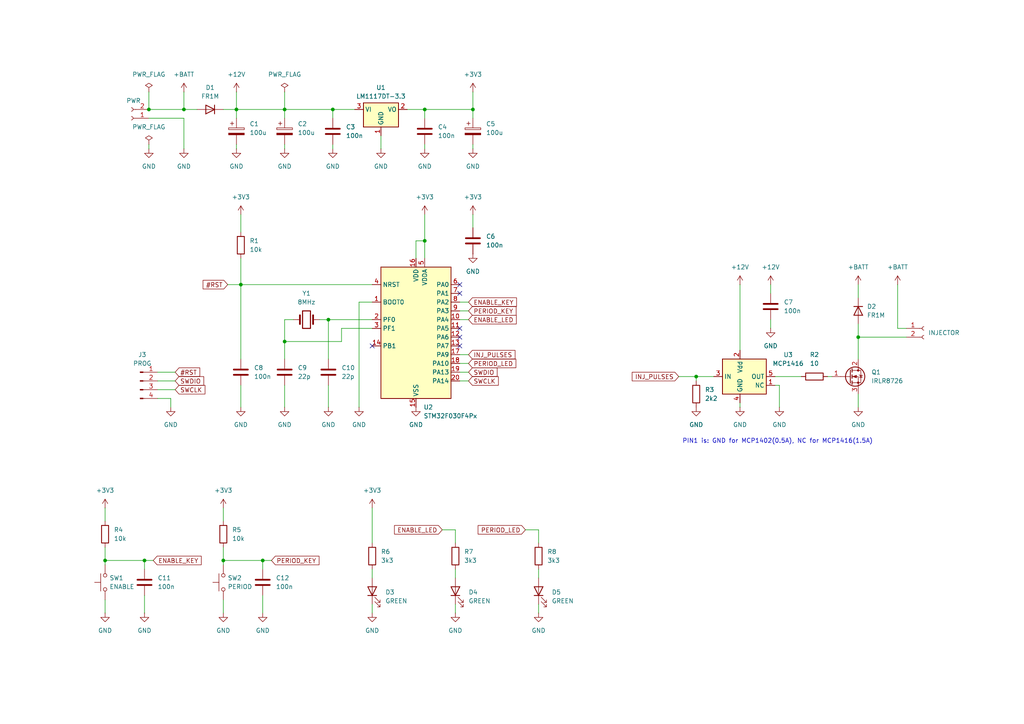
<source format=kicad_sch>
(kicad_sch (version 20231120) (generator "eeschema") (generator_version "8.0")
  (paper "A4")
  (title_block (title "Diesel Injector Tester") (date "2025-08-05") (rev "A") (company "trwgQ26xxx"))
  (lib_symbols
    (symbol "+3V3_1" (power) (pin_numbers hide) (pin_names (offset 0) hide)
      (property "Value" "+3V3" (at 0 3.556 0))
      (symbol "+3V3_1_0_1"
        (polyline (pts (xy -0.762 1.27) (xy 0 2.54)))
        (polyline (pts (xy 0 0) (xy 0 2.54)))
        (polyline (pts (xy 0 2.54) (xy 0.762 1.27)))
      )
      (symbol "+3V3_1_1_1"
        (pin power_in line (at 0 0 90) (length 0) (name "~") (number "1"))
      )
    )
    (symbol "Connector:Conn_01x02_Socket" (pin_names (offset 1.016) hide)
      (property "Reference" "J" (at 0 2.54 0))
      (property "Value" "Conn_01x02_Socket" (at 0 -5.08 0))
      (symbol "Conn_01x02_Socket_1_1"
        (arc (start 0 -2.032) (mid -0.5058 -2.54) (end 0 -3.048) (stroke (width 0.1524)))
        (polyline (pts (xy -1.27 -2.54) (xy -0.508 -2.54)) (stroke (width 0.1524)))
        (polyline (pts (xy -1.27 0) (xy -0.508 0)) (stroke (width 0.1524)))
        (arc (start 0 0.508) (mid -0.5058 0) (end 0 -0.508) (stroke (width 0.1524)))
        (pin passive line (at -5.08 0 0) (length 3.81) (name "Pin_1") (number "1"))
        (pin passive line (at -5.08 -2.54 0) (length 3.81) (name "Pin_2") (number "2"))
      )
    )
    (symbol "Connector:Conn_01x04_Pin" (pin_names (offset 1.016) hide)
      (property "Reference" "J" (at 0 5.08 0))
      (property "Value" "Conn_01x04_Pin" (at 0 -7.62 0))
      (symbol "Conn_01x04_Pin_1_1"
        (polyline (pts (xy 1.27 -5.08) (xy 0.8636 -5.08)) (stroke (width 0.1524)))
        (polyline (pts (xy 1.27 -2.54) (xy 0.8636 -2.54)) (stroke (width 0.1524)))
        (polyline (pts (xy 1.27 0) (xy 0.8636 0)) (stroke (width 0.1524)))
        (polyline (pts (xy 1.27 2.54) (xy 0.8636 2.54)) (stroke (width 0.1524)))
        (rectangle (start 0.8636 -4.953) (end 0 -5.207) (stroke (width 0.1524)) (fill (type outline)))
        (rectangle (start 0.8636 -2.413) (end 0 -2.667) (stroke (width 0.1524)) (fill (type outline)))
        (rectangle (start 0.8636 0.127) (end 0 -0.127) (stroke (width 0.1524)) (fill (type outline)))
        (rectangle (start 0.8636 2.667) (end 0 2.413) (stroke (width 0.1524)) (fill (type outline)))
        (pin passive line (at 5.08 2.54 180) (length 3.81) (name "Pin_1") (number "1"))
        (pin passive line (at 5.08 0 180) (length 3.81) (name "Pin_2") (number "2"))
        (pin passive line (at 5.08 -2.54 180) (length 3.81) (name "Pin_3") (number "3"))
        (pin passive line (at 5.08 -5.08 180) (length 3.81) (name "Pin_4") (number "4"))
      )
    )
    (symbol "Device:C" (pin_numbers hide) (pin_names (offset 0.254))
      (property "Reference" "C" (at 0.635 2.54 0))
      (property "Value" "C" (at 0.635 -2.54 0))
      (symbol "C_0_1"
        (polyline (pts (xy -2.032 -0.762) (xy 2.032 -0.762)) (stroke (width 0.508)))
        (polyline (pts (xy -2.032 0.762) (xy 2.032 0.762)) (stroke (width 0.508)))
      )
      (symbol "C_1_1"
        (pin passive line (at 0 3.81 270) (length 2.794) (name "~") (number "1"))
        (pin passive line (at 0 -3.81 90) (length 2.794) (name "~") (number "2"))
      )
    )
    (symbol "Device:C_Polarized" (pin_numbers hide) (pin_names (offset 0.254))
      (property "Reference" "C" (at 0.635 2.54 0))
      (property "Value" "C_Polarized" (at 0.635 -2.54 0))
      (symbol "C_Polarized_0_1"
        (rectangle (start -2.286 0.508) (end 2.286 1.016))
        (polyline (pts (xy -1.778 2.286) (xy -0.762 2.286)))
        (polyline (pts (xy -1.27 2.794) (xy -1.27 1.778)))
        (rectangle (start 2.286 -0.508) (end -2.286 -1.016) (fill (type outline)))
      )
      (symbol "C_Polarized_1_1"
        (pin passive line (at 0 3.81 270) (length 2.794) (name "~") (number "1"))
        (pin passive line (at 0 -3.81 90) (length 2.794) (name "~") (number "2"))
      )
    )
    (symbol "Device:Crystal" (pin_numbers hide) (pin_names (offset 1.016) hide)
      (property "Reference" "Y" (at 0 3.81 0))
      (property "Value" "Crystal" (at 0 -3.81 0))
      (symbol "Crystal_0_1"
        (rectangle (start -1.143 2.54) (end 1.143 -2.54) (stroke (width 0.3048)))
        (polyline (pts (xy -2.54 0) (xy -1.905 0)))
        (polyline (pts (xy -1.905 -1.27) (xy -1.905 1.27)) (stroke (width 0.508)))
        (polyline (pts (xy 1.905 -1.27) (xy 1.905 1.27)) (stroke (width 0.508)))
        (polyline (pts (xy 2.54 0) (xy 1.905 0)))
      )
      (symbol "Crystal_1_1"
        (pin passive line (at -3.81 0 0) (length 1.27) (name "1") (number "1"))
        (pin passive line (at 3.81 0 180) (length 1.27) (name "2") (number "2"))
      )
    )
    (symbol "Device:LED" (pin_numbers hide) (pin_names (offset 1.016) hide)
      (property "Reference" "D" (at 0 2.54 0))
      (property "Value" "LED" (at 0 -2.54 0))
      (symbol "LED_0_1"
        (polyline (pts (xy -1.27 -1.27) (xy -1.27 1.27)) (stroke (width 0.254)))
        (polyline (pts (xy -1.27 0) (xy 1.27 0)))
        (polyline (pts (xy 1.27 -1.27) (xy 1.27 1.27) (xy -1.27 0) (xy 1.27 -1.27)) (stroke (width 0.254)))
        (polyline (pts (xy -3.048 -0.762) (xy -4.572 -2.286) (xy -3.81 -2.286) (xy -4.572 -2.286) (xy -4.572 -1.524)))
        (polyline (pts (xy -1.778 -0.762) (xy -3.302 -2.286) (xy -2.54 -2.286) (xy -3.302 -2.286) (xy -3.302 -1.524)))
      )
      (symbol "LED_1_1"
        (pin passive line (at -3.81 0 0) (length 2.54) (name "K") (number "1"))
        (pin passive line (at 3.81 0 180) (length 2.54) (name "A") (number "2"))
      )
    )
    (symbol "Device:R" (pin_numbers hide) (pin_names (offset 0))
      (property "Reference" "R" (at 2.032 0 90))
      (property "Value" "R" (at 0 0 90))
      (symbol "R_0_1"
        (rectangle (start -1.016 -2.54) (end 1.016 2.54) (stroke (width 0.254)))
      )
      (symbol "R_1_1"
        (pin passive line (at 0 3.81 270) (length 1.27) (name "~") (number "1"))
        (pin passive line (at 0 -3.81 90) (length 1.27) (name "~") (number "2"))
      )
    )
    (symbol "Diode:MRA4007T3G" (pin_numbers hide) (pin_names hide)
      (property "Reference" "D" (at 0 2.54 0))
      (property "Value" "MRA4007T3G" (at 0 -2.54 0))
      (symbol "MRA4007T3G_0_1"
        (polyline (pts (xy -1.27 1.27) (xy -1.27 -1.27)) (stroke (width 0.254)))
        (polyline (pts (xy 1.27 0) (xy -1.27 0)))
        (polyline (pts (xy 1.27 1.27) (xy 1.27 -1.27) (xy -1.27 0) (xy 1.27 1.27)) (stroke (width 0.254)))
      )
      (symbol "MRA4007T3G_1_1"
        (pin passive line (at -3.81 0 0) (length 2.54) (name "K") (number "1"))
        (pin passive line (at 3.81 0 180) (length 2.54) (name "A") (number "2"))
      )
    )
    (symbol "Driver_FET:MCP1416"
      (property "Reference" "U3" (at 13.97 6.3186 0))
      (property "Value" "MCP1416" (at 13.97 3.7786 0))
      (symbol "MCP1416_0_1"
        (rectangle (start -5.08 5.08) (end 7.62 -5.08) (stroke (width 0.254)) (fill (type background)))
      )
      (symbol "MCP1416_1_1"
        (pin passive line (at 10.16 -2.54 180) (length 2.54) (name "NC") (number "1"))
        (pin power_in line (at 0 7.62 270) (length 2.54) (name "Vdd") (number "2"))
        (pin input line (at -7.62 0 0) (length 2.54) (name "IN") (number "3"))
        (pin power_in line (at 0 -7.62 90) (length 2.54) (name "GND") (number "4"))
        (pin output line (at 10.16 0 180) (length 2.54) (name "OUT") (number "5"))
      )
    )
    (symbol "GND_1" (power) (pin_numbers hide) (pin_names (offset 0) hide)
      (property "Value" "GND" (at 0 -3.81 0))
      (symbol "GND_1_0_1"
        (polyline (pts (xy 0 0) (xy 0 -1.27) (xy 1.27 -1.27) (xy 0 -2.54) (xy -1.27 -1.27) (xy 0 -1.27)))
      )
      (symbol "GND_1_1_1"
        (pin power_in line (at 0 0 270) (length 0) (name "~") (number "1"))
      )
    )
    (symbol "Regulator_Linear:LM1117DT-3.3"
      (property "Reference" "U" (at -3.81 3.175 0))
      (property "Value" "LM1117DT-3.3" (at 0 3.175 0))
      (symbol "LM1117DT-3.3_0_1"
        (rectangle (start -5.08 -5.08) (end 5.08 1.905) (stroke (width 0.254)) (fill (type background)))
      )
      (symbol "LM1117DT-3.3_1_1"
        (pin power_in line (at 0 -7.62 90) (length 2.54) (name "GND") (number "1"))
        (pin power_out line (at 7.62 0 180) (length 2.54) (name "VO") (number "2"))
        (pin power_in line (at -7.62 0 0) (length 2.54) (name "VI") (number "3"))
      )
    )
    (symbol "STM32F030F4Px_1"
      (property "Reference" "U" (at -10.16 21.59 0))
      (property "Value" "STM32F030F4Px" (at 5.08 21.59 0))
      (symbol "STM32F030F4Px_1_0_1"
        (rectangle (start -10.16 -17.78) (end 10.16 20.32) (stroke (width 0.254)) (fill (type background)))
      )
      (symbol "STM32F030F4Px_1_1_1"
        (pin input line (at -12.7 10.16 0) (length 2.54) (name "BOOT0") (number "1"))
        (pin bidirectional line (at 12.7 5.08 180) (length 2.54) (name "PA4") (number "10"))
        (pin bidirectional line (at 12.7 2.54 180) (length 2.54) (name "PA5") (number "11"))
        (pin bidirectional line (at 12.7 0 180) (length 2.54) (name "PA6") (number "12"))
        (pin bidirectional line (at 12.7 -2.54 180) (length 2.54) (name "PA7") (number "13"))
        (pin bidirectional line (at -12.7 -2.54 0) (length 2.54) (name "PB1") (number "14"))
        (pin power_in line (at 0 -20.32 90) (length 2.54) (name "VSS") (number "15"))
        (pin power_in line (at 0 22.86 270) (length 2.54) (name "VDD") (number "16"))
        (pin bidirectional line (at 12.7 -5.08 180) (length 2.54) (name "PA9") (number "17"))
        (pin bidirectional line (at 12.7 -7.62 180) (length 2.54) (name "PA10") (number "18"))
        (pin bidirectional line (at 12.7 -10.16 180) (length 2.54) (name "PA13") (number "19"))
        (pin bidirectional line (at -12.7 5.08 0) (length 2.54) (name "PF0") (number "2"))
        (pin bidirectional line (at 12.7 -12.7 180) (length 2.54) (name "PA14") (number "20"))
        (pin bidirectional line (at -12.7 2.54 0) (length 2.54) (name "PF1") (number "3"))
        (pin input line (at -12.7 15.24 0) (length 2.54) (name "NRST") (number "4"))
        (pin power_in line (at 2.54 22.86 270) (length 2.54) (name "VDDA") (number "5"))
        (pin bidirectional line (at 12.7 15.24 180) (length 2.54) (name "PA0") (number "6"))
        (pin bidirectional line (at 12.7 12.7 180) (length 2.54) (name "PA1") (number "7"))
        (pin bidirectional line (at 12.7 10.16 180) (length 2.54) (name "PA2") (number "8"))
        (pin bidirectional line (at 12.7 7.62 180) (length 2.54) (name "PA3") (number "9"))
      )
    )
    (symbol "Switch:SW_Push" (pin_numbers hide) (pin_names (offset 1.016) hide)
      (property "Reference" "SW" (at 1.27 2.54 0))
      (property "Value" "SW_Push" (at 0 -1.524 0))
      (symbol "SW_Push_0_1"
        (circle (center -2.032 0) (radius 0.508))
        (polyline (pts (xy 0 1.27) (xy 0 3.048)))
        (polyline (pts (xy 2.54 1.27) (xy -2.54 1.27)))
        (circle (center 2.032 0) (radius 0.508))
        (pin passive line (at -5.08 0 0) (length 2.54) (name "1") (number "1"))
        (pin passive line (at 5.08 0 180) (length 2.54) (name "2") (number "2"))
      )
    )
    (symbol "Transistor_FET:IRLZ44N" (pin_names hide)
      (property "Reference" "Q" (at 5.08 1.905 0))
      (property "Value" "IRLZ44N" (at 5.08 0 0))
      (symbol "IRLZ44N_0_1"
        (polyline (pts (xy 0.254 0) (xy -2.54 0)))
        (polyline (pts (xy 0.254 1.905) (xy 0.254 -1.905)) (stroke (width 0.254)))
        (polyline (pts (xy 0.762 -1.27) (xy 0.762 -2.286)) (stroke (width 0.254)))
        (polyline (pts (xy 0.762 0.508) (xy 0.762 -0.508)) (stroke (width 0.254)))
        (polyline (pts (xy 0.762 2.286) (xy 0.762 1.27)) (stroke (width 0.254)))
        (polyline (pts (xy 2.54 2.54) (xy 2.54 1.778)))
        (polyline (pts (xy 2.54 -2.54) (xy 2.54 0) (xy 0.762 0)))
        (polyline (pts (xy 0.762 -1.778) (xy 3.302 -1.778) (xy 3.302 1.778) (xy 0.762 1.778)))
        (polyline (pts (xy 1.016 0) (xy 2.032 0.381) (xy 2.032 -0.381) (xy 1.016 0)) (fill (type outline)))
        (polyline (pts (xy 2.794 0.508) (xy 2.921 0.381) (xy 3.683 0.381) (xy 3.81 0.254)))
        (polyline (pts (xy 3.302 0.381) (xy 2.921 -0.254) (xy 3.683 -0.254) (xy 3.302 0.381)))
        (circle (center 1.651 0) (radius 2.794) (stroke (width 0.254)))
        (circle (center 2.54 -1.778) (radius 0.254) (fill (type outline)))
        (circle (center 2.54 1.778) (radius 0.254) (fill (type outline)))
      )
      (symbol "IRLZ44N_1_1"
        (pin input line (at -5.08 0 0) (length 2.54) (name "G") (number "1"))
        (pin passive line (at 2.54 5.08 270) (length 2.54) (name "D") (number "2"))
        (pin passive line (at 2.54 -5.08 90) (length 2.54) (name "S") (number "3"))
      )
    )
    (symbol "power:+12V" (power) (pin_numbers hide) (pin_names (offset 0) hide)
      (property "Value" "+12V" (at 0 3.556 0))
      (symbol "+12V_0_1"
        (polyline (pts (xy -0.762 1.27) (xy 0 2.54)))
        (polyline (pts (xy 0 0) (xy 0 2.54)))
        (polyline (pts (xy 0 2.54) (xy 0.762 1.27)))
      )
      (symbol "+12V_1_1"
        (pin power_in line (at 0 0 90) (length 0) (name "~") (number "1"))
      )
    )
    (symbol "power:+BATT" (power) (pin_numbers hide) (pin_names (offset 0) hide)
      (property "Value" "+BATT" (at 0 3.556 0))
      (symbol "+BATT_0_1"
        (polyline (pts (xy -0.762 1.27) (xy 0 2.54)))
        (polyline (pts (xy 0 0) (xy 0 2.54)))
        (polyline (pts (xy 0 2.54) (xy 0.762 1.27)))
      )
      (symbol "+BATT_1_1"
        (pin power_in line (at 0 0 90) (length 0) (name "~") (number "1"))
      )
    )
    (symbol "power:PWR_FLAG" (power) (pin_numbers hide) (pin_names (offset 0) hide)
      (property "Value" "PWR_FLAG" (at 0 3.81 0))
      (symbol "PWR_FLAG_0_0"
        (pin power_out line (at 0 0 90) (length 0) (name "~") (number "1"))
      )
      (symbol "PWR_FLAG_0_1"
        (polyline (pts (xy 0 0) (xy 0 1.27) (xy -1.016 1.905) (xy 0 2.54) (xy 1.016 1.905) (xy 0 1.27)))
      )
    )
  )
  (junction (at 201.93 109.22))
  (junction (at 123.19 31.75))
  (junction (at 248.92 97.79))
  (junction (at 137.16 31.75))
  (junction (at 96.52 31.75))
  (junction (at 82.55 31.75))
  (junction (at 30.48 162.56))
  (junction (at 123.19 69.85))
  (junction (at 41.91 162.56))
  (junction (at 76.2 162.56))
  (junction (at 69.85 82.55))
  (junction (at 82.55 99.06))
  (junction (at 64.77 162.56))
  (junction (at 53.34 31.75))
  (junction (at 43.18 31.75))
  (junction (at 68.58 31.75))
  (junction (at 95.25 92.71))
  (no_connect (at 107.95 100.33))
  (no_connect (at 133.35 82.55))
  (no_connect (at 133.35 95.25))
  (no_connect (at 133.35 100.33))
  (no_connect (at 133.35 85.09))
  (no_connect (at 133.35 97.79))
  (wire (pts (xy 95.25 92.71) (xy 95.25 104.14)))
  (wire (pts (xy 30.48 173.99) (xy 30.48 177.8)))
  (wire (pts (xy 41.91 172.72) (xy 41.91 177.8)))
  (wire (pts (xy 260.35 82.55) (xy 260.35 95.25)))
  (wire (pts (xy 41.91 162.56) (xy 44.45 162.56)))
  (wire (pts (xy 43.18 34.29) (xy 53.34 34.29)))
  (wire (pts (xy 110.49 39.37) (xy 110.49 43.18)))
  (wire (pts (xy 53.34 34.29) (xy 53.34 43.18)))
  (wire (pts (xy 133.35 102.87) (xy 135.89 102.87)))
  (wire (pts (xy 156.21 177.8) (xy 156.21 175.26)))
  (wire (pts (xy 82.55 111.76) (xy 82.55 118.11)))
  (wire (pts (xy 224.79 111.76) (xy 226.06 111.76)))
  (wire (pts (xy 82.55 31.75) (xy 82.55 34.29)))
  (wire (pts (xy 137.16 62.23) (xy 137.16 66.04)))
  (wire (pts (xy 43.18 43.18) (xy 43.18 41.91)))
  (wire (pts (xy 196.85 109.22) (xy 201.93 109.22)))
  (wire (pts (xy 76.2 162.56) (xy 78.74 162.56)))
  (wire (pts (xy 53.34 31.75) (xy 57.15 31.75)))
  (wire (pts (xy 68.58 31.75) (xy 68.58 34.29)))
  (wire (pts (xy 104.14 87.63) (xy 107.95 87.63)))
  (wire (pts (xy 128.27 153.67) (xy 132.08 153.67)))
  (wire (pts (xy 64.77 162.56) (xy 76.2 162.56)))
  (wire (pts (xy 82.55 31.75) (xy 96.52 31.75)))
  (wire (pts (xy 123.19 31.75) (xy 123.19 34.29)))
  (wire (pts (xy 69.85 62.23) (xy 69.85 67.31)))
  (wire (pts (xy 68.58 41.91) (xy 68.58 43.18)))
  (wire (pts (xy 201.93 109.22) (xy 201.93 110.49)))
  (wire (pts (xy 45.72 107.95) (xy 50.8 107.95)))
  (wire (pts (xy 82.55 26.67) (xy 82.55 31.75)))
  (wire (pts (xy 66.04 82.55) (xy 69.85 82.55)))
  (wire (pts (xy 30.48 162.56) (xy 41.91 162.56)))
  (wire (pts (xy 224.79 109.22) (xy 232.41 109.22)))
  (wire (pts (xy 104.14 118.11) (xy 104.14 87.63)))
  (wire (pts (xy 260.35 95.25) (xy 262.89 95.25)))
  (wire (pts (xy 214.63 118.11) (xy 214.63 116.84)))
  (wire (pts (xy 137.16 26.67) (xy 137.16 31.75)))
  (wire (pts (xy 45.72 113.03) (xy 50.8 113.03)))
  (wire (pts (xy 99.06 99.06) (xy 82.55 99.06)))
  (wire (pts (xy 152.4 153.67) (xy 156.21 153.67)))
  (wire (pts (xy 45.72 115.57) (xy 49.53 115.57)))
  (wire (pts (xy 82.55 99.06) (xy 82.55 92.71)))
  (wire (pts (xy 240.03 109.22) (xy 241.3 109.22)))
  (wire (pts (xy 156.21 165.1) (xy 156.21 167.64)))
  (wire (pts (xy 53.34 26.67) (xy 53.34 31.75)))
  (wire (pts (xy 69.85 118.11) (xy 69.85 111.76)))
  (wire (pts (xy 133.35 107.95) (xy 135.89 107.95)))
  (wire (pts (xy 64.77 173.99) (xy 64.77 177.8)))
  (wire (pts (xy 43.18 31.75) (xy 53.34 31.75)))
  (wire (pts (xy 123.19 69.85) (xy 123.19 74.93)))
  (wire (pts (xy 137.16 41.91) (xy 137.16 43.18)))
  (wire (pts (xy 99.06 95.25) (xy 99.06 99.06)))
  (wire (pts (xy 30.48 147.32) (xy 30.48 151.13)))
  (wire (pts (xy 49.53 115.57) (xy 49.53 118.11)))
  (wire (pts (xy 64.77 31.75) (xy 68.58 31.75)))
  (wire (pts (xy 133.35 92.71) (xy 135.89 92.71)))
  (wire (pts (xy 132.08 153.67) (xy 132.08 157.48)))
  (wire (pts (xy 248.92 97.79) (xy 262.89 97.79)))
  (wire (pts (xy 248.92 97.79) (xy 248.92 104.14)))
  (wire (pts (xy 137.16 31.75) (xy 123.19 31.75)))
  (wire (pts (xy 69.85 82.55) (xy 69.85 74.93)))
  (wire (pts (xy 123.19 41.91) (xy 123.19 43.18)))
  (wire (pts (xy 95.25 92.71) (xy 107.95 92.71)))
  (wire (pts (xy 132.08 165.1) (xy 132.08 167.64)))
  (wire (pts (xy 30.48 158.75) (xy 30.48 162.56)))
  (wire (pts (xy 64.77 147.32) (xy 64.77 151.13)))
  (wire (pts (xy 82.55 99.06) (xy 82.55 104.14)))
  (wire (pts (xy 132.08 177.8) (xy 132.08 175.26)))
  (wire (pts (xy 45.72 110.49) (xy 50.8 110.49)))
  (wire (pts (xy 69.85 82.55) (xy 69.85 104.14)))
  (wire (pts (xy 82.55 41.91) (xy 82.55 43.18)))
  (wire (pts (xy 107.95 95.25) (xy 99.06 95.25)))
  (wire (pts (xy 41.91 162.56) (xy 41.91 165.1)))
  (wire (pts (xy 64.77 158.75) (xy 64.77 162.56)))
  (wire (pts (xy 107.95 165.1) (xy 107.95 167.64)))
  (wire (pts (xy 248.92 93.98) (xy 248.92 97.79)))
  (wire (pts (xy 107.95 177.8) (xy 107.95 175.26)))
  (wire (pts (xy 118.11 31.75) (xy 123.19 31.75)))
  (wire (pts (xy 107.95 82.55) (xy 69.85 82.55)))
  (wire (pts (xy 68.58 26.67) (xy 68.58 31.75)))
  (wire (pts (xy 133.35 87.63) (xy 135.89 87.63)))
  (wire (pts (xy 133.35 90.17) (xy 135.89 90.17)))
  (wire (pts (xy 92.71 92.71) (xy 95.25 92.71)))
  (wire (pts (xy 120.65 69.85) (xy 123.19 69.85)))
  (wire (pts (xy 76.2 172.72) (xy 76.2 177.8)))
  (wire (pts (xy 76.2 162.56) (xy 76.2 165.1)))
  (wire (pts (xy 107.95 147.32) (xy 107.95 157.48)))
  (wire (pts (xy 96.52 41.91) (xy 96.52 43.18)))
  (wire (pts (xy 96.52 31.75) (xy 102.87 31.75)))
  (wire (pts (xy 137.16 34.29) (xy 137.16 31.75)))
  (wire (pts (xy 120.65 69.85) (xy 120.65 74.93)))
  (wire (pts (xy 43.18 26.67) (xy 43.18 31.75)))
  (wire (pts (xy 156.21 153.67) (xy 156.21 157.48)))
  (wire (pts (xy 248.92 118.11) (xy 248.92 114.3)))
  (wire (pts (xy 226.06 111.76) (xy 226.06 118.11)))
  (wire (pts (xy 123.19 62.23) (xy 123.19 69.85)))
  (wire (pts (xy 223.52 82.55) (xy 223.52 85.09)))
  (wire (pts (xy 207.01 109.22) (xy 201.93 109.22)))
  (wire (pts (xy 30.48 162.56) (xy 30.48 163.83)))
  (wire (pts (xy 68.58 31.75) (xy 82.55 31.75)))
  (wire (pts (xy 223.52 92.71) (xy 223.52 95.25)))
  (wire (pts (xy 96.52 31.75) (xy 96.52 34.29)))
  (wire (pts (xy 82.55 92.71) (xy 85.09 92.71)))
  (wire (pts (xy 214.63 82.55) (xy 214.63 101.6)))
  (wire (pts (xy 133.35 105.41) (xy 135.89 105.41)))
  (wire (pts (xy 248.92 82.55) (xy 248.92 86.36)))
  (wire (pts (xy 95.25 111.76) (xy 95.25 118.11)))
  (wire (pts (xy 133.35 110.49) (xy 135.89 110.49)))
  (wire (pts (xy 64.77 162.56) (xy 64.77 163.83)))
  (text "PIN1 is: GND for MCP1402(0.5A), NC for MCP1416(1.5A)" (at 225.552 128.016 0) (effects (font (size 1.27 1.27))))
  (global_label "SWDIO" (shape input) (at 50.8 110.49 0) (property "Intersheetrefs" "${INTERSHEET_REFS}" (effects (hide yes))))
  (global_label "SWDIO" (shape input) (at 135.89 107.95 0) (property "Intersheetrefs" "${INTERSHEET_REFS}" (effects (hide yes))))
  (global_label "#RST" (shape input) (at 50.8 107.95 0) (property "Intersheetrefs" "${INTERSHEET_REFS}" (effects (hide yes))))
  (global_label "PERIOD_LED" (shape input) (at 152.4 153.67 180) (property "Intersheetrefs" "${INTERSHEET_REFS}" (effects (hide yes))))
  (global_label "PERIOD_KEY" (shape input) (at 135.89 90.17 0) (property "Intersheetrefs" "${INTERSHEET_REFS}" (effects (hide yes))))
  (global_label "ENABLE_KEY" (shape input) (at 135.89 87.63 0) (property "Intersheetrefs" "${INTERSHEET_REFS}" (effects (hide yes))))
  (global_label "ENABLE_LED" (shape input) (at 135.89 92.71 0) (property "Intersheetrefs" "${INTERSHEET_REFS}" (effects (hide yes))))
  (global_label "ENABLE_LED" (shape input) (at 128.27 153.67 180) (property "Intersheetrefs" "${INTERSHEET_REFS}" (effects (hide yes))))
  (global_label "ENABLE_KEY" (shape input) (at 44.45 162.56 0) (property "Intersheetrefs" "${INTERSHEET_REFS}" (effects (hide yes))))
  (global_label "PERIOD_LED" (shape input) (at 135.89 105.41 0) (property "Intersheetrefs" "${INTERSHEET_REFS}" (effects (hide yes))))
  (global_label "#RST" (shape input) (at 66.04 82.55 180) (property "Intersheetrefs" "${INTERSHEET_REFS}" (effects (hide yes))))
  (global_label "SWCLK" (shape input) (at 135.89 110.49 0) (property "Intersheetrefs" "${INTERSHEET_REFS}" (effects (hide yes))))
  (global_label "PERIOD_KEY" (shape input) (at 78.74 162.56 0) (property "Intersheetrefs" "${INTERSHEET_REFS}" (effects (hide yes))))
  (global_label "SWCLK" (shape input) (at 50.8 113.03 0) (property "Intersheetrefs" "${INTERSHEET_REFS}" (effects (hide yes))))
  (global_label "INJ_PULSES" (shape input) (at 135.89 102.87 0) (property "Intersheetrefs" "${INTERSHEET_REFS}" (effects (hide yes))))
  (global_label "INJ_PULSES" (shape input) (at 196.85 109.22 180) (property "Intersheetrefs" "${INTERSHEET_REFS}" (effects (hide yes))))
  (symbol (lib_name "GND_1") (lib_id "power:GND") (at 43.18 43.18 0) (unit 1)
    (property "Reference" "#PWR4" (effects (hide yes)))
    (property "Value" "GND" (at 43.18 48.26 0))
    (property "Description" "Power symbol creates a global label with name \"GND\" , ground" (effects (hide yes)))
  )
  (symbol (lib_name "+3V3_1") (lib_id "power:+3V3") (at 30.48 147.32 0) (unit 1)
    (property "Reference" "#PWR30" (effects (hide yes)))
    (property "Value" "+3V3" (at 30.48 142.24 0))
    (property "Description" "Power symbol creates a global label with name \"+3V3\"" (effects (hide yes)))
  )
  (symbol (lib_name "+3V3_1") (lib_id "power:+3V3") (at 64.77 147.32 0) (unit 1)
    (property "Reference" "#PWR31" (effects (hide yes)))
    (property "Value" "+3V3" (at 64.77 142.24 0))
    (property "Description" "Power symbol creates a global label with name \"+3V3\"" (effects (hide yes)))
  )
  (symbol (lib_id "Diode:MRA4007T3G") (at 60.96 31.75 180) (unit 1)
    (property "Reference" "D1" (at 60.96 25.4 0))
    (property "Value" "FR1M" (at 60.96 27.94 0))
    (property "Footprint" "Diode_SMD:D_SMA" (effects (hide yes)))
    (property "Datasheet" "http://www.onsemi.com/pub_link/Collateral/MRA4003T3-D.PDF" (effects (hide yes)))
    (property "Sim.Device" "D" (effects (hide yes)))
    (property "Sim.Pins" "1=K 2=A" (effects (hide yes)))
  )
  (symbol (lib_name "GND_1") (lib_id "power:GND") (at 76.2 177.8 0) (unit 1)
    (property "Reference" "#PWR36" (effects (hide yes)))
    (property "Value" "GND" (at 76.2 182.88 0))
    (property "Description" "Power symbol creates a global label with name \"GND\" , ground" (effects (hide yes)))
  )
  (symbol (lib_id "power:PWR_FLAG") (at 43.18 26.67 0) (unit 1)
    (property "Reference" "#FLG1" (effects (hide yes)))
    (property "Value" "PWR_FLAG" (at 43.18 21.59 0))
    (property "Description" "Special symbol for telling ERC where power comes from" (effects (hide yes)))
  )
  (symbol (lib_id "Device:R") (at 132.08 161.29 0) (unit 1)
    (property "Reference" "R7" (at 134.62 160.0199 0) (effects (justify left)))
    (property "Value" "3k3" (at 134.62 162.5599 0) (effects (justify left)))
    (property "Footprint" "Resistor_SMD:R_1206_3216Metric_Pad1.30x1.75mm_HandSolder" (effects (hide yes)))
  )
  (symbol (lib_name "GND_1") (lib_id "power:GND") (at 156.21 177.8 0) (unit 1)
    (property "Reference" "#PWR39" (effects (hide yes)))
    (property "Value" "GND" (at 156.21 182.88 0))
    (property "Description" "Power symbol creates a global label with name \"GND\" , ground" (effects (hide yes)))
  )
  (symbol (lib_name "GND_1") (lib_id "power:GND") (at 137.16 43.18 0) (unit 1)
    (property "Reference" "#PWR11" (effects (hide yes)))
    (property "Value" "GND" (at 137.16 48.26 0))
    (property "Description" "Power symbol creates a global label with name \"GND\" , ground" (effects (hide yes)))
  )
  (symbol (lib_id "Device:C") (at 41.91 168.91 0) (unit 1)
    (property "Reference" "C11" (at 45.72 167.64 0) (effects (justify left)))
    (property "Value" "100n" (at 45.72 170.18 0) (effects (justify left)))
    (property "Footprint" "Capacitor_SMD:C_1206_3216Metric_Pad1.33x1.80mm_HandSolder" (effects (hide yes)))
  )
  (symbol (lib_id "Device:R") (at 201.93 114.3 0) (unit 1)
    (property "Reference" "R3" (at 204.47 113.0299 0) (effects (justify left)))
    (property "Value" "2k2" (at 204.47 115.5699 0) (effects (justify left)))
    (property "Footprint" "Resistor_SMD:R_1206_3216Metric_Pad1.30x1.75mm_HandSolder" (effects (hide yes)))
  )
  (symbol (lib_id "Device:C") (at 69.85 107.95 0) (unit 1)
    (property "Reference" "C8" (at 73.66 106.68 0) (effects (justify left)))
    (property "Value" "100n" (at 73.66 109.22 0) (effects (justify left)))
    (property "Footprint" "Capacitor_SMD:C_1206_3216Metric_Pad1.33x1.80mm_HandSolder" (effects (hide yes)))
  )
  (symbol (lib_id "Switch:SW_Push") (at 64.77 168.91 90) (unit 1)
    (property "Reference" "SW2" (at 66.04 167.6399 90) (effects (justify right)))
    (property "Value" "PERIOD" (at 66.04 170.1799 90) (effects (justify right)))
    (property "Footprint" "Button_Switch_SMD:SW_SPST_PTS645" (effects (hide yes)))
  )
  (symbol (lib_name "GND_1") (lib_id "power:GND") (at 110.49 43.18 0) (unit 1)
    (property "Reference" "#PWR9" (effects (hide yes)))
    (property "Value" "GND" (at 110.49 48.26 0))
    (property "Description" "Power symbol creates a global label with name \"GND\" , ground" (effects (hide yes)))
  )
  (symbol (lib_id "Device:LED") (at 156.21 171.45 90) (unit 1)
    (property "Reference" "D5" (at 160.02 171.7674 90) (effects (justify right)))
    (property "Value" "GREEN" (at 160.02 174.3074 90) (effects (justify right)))
    (property "Footprint" "LED_SMD:LED_1206_3216Metric_Pad1.42x1.75mm_HandSolder" (effects (hide yes)))
    (property "Description" "Light emitting diode" (effects (hide yes)))
  )
  (symbol (lib_id "Device:R") (at 30.48 154.94 0) (unit 1)
    (property "Reference" "R4" (at 33.02 153.67 0) (effects (justify left)))
    (property "Value" "10k" (at 33.02 156.21 0) (effects (justify left)))
    (property "Footprint" "Resistor_SMD:R_1206_3216Metric_Pad1.30x1.75mm_HandSolder" (effects (hide yes)))
  )
  (symbol (lib_name "GND_1") (lib_id "power:GND") (at 137.16 73.66 0) (unit 1)
    (property "Reference" "#PWR15" (effects (hide yes)))
    (property "Value" "GND" (at 137.16 78.74 0))
    (property "Description" "Power symbol creates a global label with name \"GND\" , ground" (effects (hide yes)))
  )
  (symbol (lib_id "Device:R") (at 64.77 154.94 0) (unit 1)
    (property "Reference" "R5" (at 67.31 153.67 0) (effects (justify left)))
    (property "Value" "10k" (at 67.31 156.21 0) (effects (justify left)))
    (property "Footprint" "Resistor_SMD:R_1206_3216Metric_Pad1.30x1.75mm_HandSolder" (effects (hide yes)))
  )
  (symbol (lib_name "GND_1") (lib_id "power:GND") (at 104.14 118.11 0) (unit 1)
    (property "Reference" "#PWR25" (effects (hide yes)))
    (property "Value" "GND" (at 104.14 123.19 0))
    (property "Description" "Power symbol creates a global label with name \"GND\" , ground" (effects (hide yes)))
  )
  (symbol (lib_name "+3V3_1") (lib_id "power:+3V3") (at 123.19 62.23 0) (unit 1)
    (property "Reference" "#PWR13" (effects (hide yes)))
    (property "Value" "+3V3" (at 123.19 57.15 0))
    (property "Description" "Power symbol creates a global label with name \"+3V3\"" (effects (hide yes)))
  )
  (symbol (lib_id "Device:C") (at 76.2 168.91 0) (unit 1)
    (property "Reference" "C12" (at 80.01 167.64 0) (effects (justify left)))
    (property "Value" "100n" (at 80.01 170.18 0) (effects (justify left)))
    (property "Footprint" "Capacitor_SMD:C_1206_3216Metric_Pad1.33x1.80mm_HandSolder" (effects (hide yes)))
  )
  (symbol (lib_id "Device:R") (at 236.22 109.22 90) (unit 1)
    (property "Reference" "R2" (at 236.22 102.87 90))
    (property "Value" "10" (at 236.22 105.41 90))
    (property "Footprint" "Resistor_SMD:R_1206_3216Metric_Pad1.30x1.75mm_HandSolder" (effects (hide yes)))
  )
  (symbol (lib_name "GND_1") (lib_id "power:GND") (at 30.48 177.8 0) (unit 1)
    (property "Reference" "#PWR33" (effects (hide yes)))
    (property "Value" "GND" (at 30.48 182.88 0))
    (property "Description" "Power symbol creates a global label with name \"GND\" , ground" (effects (hide yes)))
  )
  (symbol (lib_id "Device:LED") (at 132.08 171.45 90) (unit 1)
    (property "Reference" "D4" (at 135.89 171.7674 90) (effects (justify right)))
    (property "Value" "GREEN" (at 135.89 174.3074 90) (effects (justify right)))
    (property "Footprint" "LED_SMD:LED_1206_3216Metric_Pad1.42x1.75mm_HandSolder" (effects (hide yes)))
    (property "Description" "Light emitting diode" (effects (hide yes)))
  )
  (symbol (lib_name "GND_1") (lib_id "power:GND") (at 41.91 177.8 0) (unit 1)
    (property "Reference" "#PWR34" (effects (hide yes)))
    (property "Value" "GND" (at 41.91 182.88 0))
    (property "Description" "Power symbol creates a global label with name \"GND\" , ground" (effects (hide yes)))
  )
  (symbol (lib_id "Device:R") (at 107.95 161.29 0) (unit 1)
    (property "Reference" "R6" (at 110.49 160.0199 0) (effects (justify left)))
    (property "Value" "3k3" (at 110.49 162.5599 0) (effects (justify left)))
    (property "Footprint" "Resistor_SMD:R_1206_3216Metric_Pad1.30x1.75mm_HandSolder" (effects (hide yes)))
  )
  (symbol (lib_name "GND_1") (lib_id "power:GND") (at 226.06 118.11 0) (unit 1)
    (property "Reference" "#PWR40" (effects (hide yes)))
    (property "Value" "GND" (at 226.06 123.19 0))
    (property "Description" "Power symbol creates a global label with name \"GND\" , ground" (effects (hide yes)))
  )
  (symbol (lib_name "GND_1") (lib_id "power:GND") (at 49.53 118.11 0) (unit 1)
    (property "Reference" "#PWR21" (effects (hide yes)))
    (property "Value" "GND" (at 49.53 123.19 0))
    (property "Description" "Power symbol creates a global label with name \"GND\" , ground" (effects (hide yes)))
  )
  (symbol (lib_id "Device:LED") (at 107.95 171.45 90) (unit 1)
    (property "Reference" "D3" (at 111.76 171.7674 90) (effects (justify right)))
    (property "Value" "GREEN" (at 111.76 174.3074 90) (effects (justify right)))
    (property "Footprint" "LED_SMD:LED_1206_3216Metric_Pad1.42x1.75mm_HandSolder" (effects (hide yes)))
    (property "Description" "Light emitting diode" (effects (hide yes)))
  )
  (symbol (lib_name "GND_1") (lib_id "power:GND") (at 82.55 118.11 0) (unit 1)
    (property "Reference" "#PWR23" (effects (hide yes)))
    (property "Value" "GND" (at 82.55 123.19 0))
    (property "Description" "Power symbol creates a global label with name \"GND\" , ground" (effects (hide yes)))
  )
  (symbol (lib_id "Device:C_Polarized") (at 82.55 38.1 0) (unit 1)
    (property "Reference" "C2" (at 86.36 35.941 0) (effects (justify left)))
    (property "Value" "100u" (at 86.36 38.481 0) (effects (justify left)))
    (property "Footprint" "Capacitor_SMD:CP_Elec_8x6.5" (effects (hide yes)))
  )
  (symbol (lib_name "GND_1") (lib_id "power:GND") (at 53.34 43.18 0) (unit 1)
    (property "Reference" "#PWR5" (effects (hide yes)))
    (property "Value" "GND" (at 53.34 48.26 0))
    (property "Description" "Power symbol creates a global label with name \"GND\" , ground" (effects (hide yes)))
  )
  (symbol (lib_id "power:+12V") (at 68.58 26.67 0) (unit 1)
    (property "Reference" "#PWR2" (effects (hide yes)))
    (property "Value" "+12V" (at 68.58 21.59 0))
    (property "Description" "Power symbol creates a global label with name \"+12V\"" (effects (hide yes)))
  )
  (symbol (lib_id "power:+BATT") (at 260.35 82.55 0) (unit 1)
    (property "Reference" "#PWR19" (effects (hide yes)))
    (property "Value" "+BATT" (at 260.35 77.47 0))
    (property "Description" "Power symbol creates a global label with name \"+BATT\"" (effects (hide yes)))
  )
  (symbol (lib_id "Connector:Conn_01x02_Socket") (at 267.97 95.25 0) (unit 1)
    (property "Reference" "J2" (effects (hide yes)))
    (property "Value" "INJECTOR" (at 269.24 96.5199 0) (effects (justify left)))
    (property "Footprint" "TerminalBlock:TerminalBlock_bornier-2_P5.08mm" (effects (hide yes)))
  )
  (symbol (lib_name "GND_1") (lib_id "power:GND") (at 248.92 118.11 0) (unit 1)
    (property "Reference" "#PWR29" (effects (hide yes)))
    (property "Value" "GND" (at 248.92 123.19 0))
    (property "Description" "Power symbol creates a global label with name \"GND\" , ground" (effects (hide yes)))
  )
  (symbol (lib_id "Device:C") (at 96.52 38.1 0) (unit 1)
    (property "Reference" "C3" (at 100.33 36.83 0) (effects (justify left)))
    (property "Value" "100n" (at 100.33 39.37 0) (effects (justify left)))
    (property "Footprint" "Capacitor_SMD:C_1206_3216Metric_Pad1.33x1.80mm_HandSolder" (effects (hide yes)))
  )
  (symbol (lib_name "GND_1") (lib_id "power:GND") (at 64.77 177.8 0) (unit 1)
    (property "Reference" "#PWR35" (effects (hide yes)))
    (property "Value" "GND" (at 64.77 182.88 0))
    (property "Description" "Power symbol creates a global label with name \"GND\" , ground" (effects (hide yes)))
  )
  (symbol (lib_name "GND_1") (lib_id "power:GND") (at 132.08 177.8 0) (unit 1)
    (property "Reference" "#PWR38" (effects (hide yes)))
    (property "Value" "GND" (at 132.08 182.88 0))
    (property "Description" "Power symbol creates a global label with name \"GND\" , ground" (effects (hide yes)))
  )
  (symbol (lib_name "GND_1") (lib_id "power:GND") (at 96.52 43.18 0) (unit 1)
    (property "Reference" "#PWR8" (effects (hide yes)))
    (property "Value" "GND" (at 96.52 48.26 0))
    (property "Description" "Power symbol creates a global label with name \"GND\" , ground" (effects (hide yes)))
  )
  (symbol (lib_id "Device:C_Polarized") (at 68.58 38.1 0) (unit 1)
    (property "Reference" "C1" (at 72.39 35.941 0) (effects (justify left)))
    (property "Value" "100u" (at 72.39 38.481 0) (effects (justify left)))
    (property "Footprint" "Capacitor_SMD:CP_Elec_8x6.5" (effects (hide yes)))
  )
  (symbol (lib_id "power:+12V") (at 223.52 82.55 0) (unit 1)
    (property "Reference" "#PWR17" (effects (hide yes)))
    (property "Value" "+12V" (at 223.52 77.47 0))
    (property "Description" "Power symbol creates a global label with name \"+12V\"" (effects (hide yes)))
  )
  (symbol (lib_id "Transistor_FET:IRLZ44N") (at 246.38 109.22 0) (unit 1)
    (property "Reference" "Q1" (at 252.73 107.9499 0) (effects (justify left)))
    (property "Value" "IRLR8726" (at 252.73 110.4899 0) (effects (justify left)))
    (property "Footprint" "Package_TO_SOT_SMD:TO-252-3_TabPin2" (effects (hide yes)))
    (property "Datasheet" "http://www.irf.com/product-info/datasheets/data/irlz44n.pdf" (effects (hide yes)))
    (property "Description" "47A Id, 55V Vds, 22mOhm Rds Single N-Channel HEXFET Power MOSFET, TO-220AB" (effects (hide yes)))
  )
  (symbol (lib_id "power:+BATT") (at 248.92 82.55 0) (unit 1)
    (property "Reference" "#PWR18" (effects (hide yes)))
    (property "Value" "+BATT" (at 248.92 77.47 0))
    (property "Description" "Power symbol creates a global label with name \"+BATT\"" (effects (hide yes)))
  )
  (symbol (lib_name "+3V3_1") (lib_id "power:+3V3") (at 107.95 147.32 0) (unit 1)
    (property "Reference" "#PWR32" (effects (hide yes)))
    (property "Value" "+3V3" (at 107.95 142.24 0))
    (property "Description" "Power symbol creates a global label with name \"+3V3\"" (effects (hide yes)))
  )
  (symbol (lib_id "power:PWR_FLAG") (at 43.18 41.91 0) (unit 1)
    (property "Reference" "#FLG3" (effects (hide yes)))
    (property "Value" "PWR_FLAG" (at 43.18 36.83 0))
    (property "Description" "Special symbol for telling ERC where power comes from" (effects (hide yes)))
  )
  (symbol (lib_id "Device:C") (at 223.52 88.9 0) (unit 1)
    (property "Reference" "C7" (at 227.33 87.63 0) (effects (justify left)))
    (property "Value" "100n" (at 227.33 90.17 0) (effects (justify left)))
    (property "Footprint" "Capacitor_SMD:C_1206_3216Metric_Pad1.33x1.80mm_HandSolder" (effects (hide yes)))
  )
  (symbol (lib_id "Switch:SW_Push") (at 30.48 168.91 90) (unit 1)
    (property "Reference" "SW1" (at 31.75 167.6399 90) (effects (justify right)))
    (property "Value" "ENABLE" (at 31.75 170.1799 90) (effects (justify right)))
    (property "Footprint" "Button_Switch_SMD:SW_SPST_PTS645" (effects (hide yes)))
  )
  (symbol (lib_name "GND_1") (lib_id "power:GND") (at 223.52 95.25 0) (unit 1)
    (property "Reference" "#PWR20" (effects (hide yes)))
    (property "Value" "GND" (at 223.52 100.33 0))
    (property "Description" "Power symbol creates a global label with name \"GND\" , ground" (effects (hide yes)))
  )
  (symbol (lib_id "power:+12V") (at 214.63 82.55 0) (unit 1)
    (property "Reference" "#PWR16" (effects (hide yes)))
    (property "Value" "+12V" (at 214.63 77.47 0))
    (property "Description" "Power symbol creates a global label with name \"+12V\"" (effects (hide yes)))
  )
  (symbol (lib_name "GND_1") (lib_id "power:GND") (at 82.55 43.18 0) (unit 1)
    (property "Reference" "#PWR7" (effects (hide yes)))
    (property "Value" "GND" (at 82.55 48.26 0))
    (property "Description" "Power symbol creates a global label with name \"GND\" , ground" (effects (hide yes)))
  )
  (symbol (lib_name "GND_1") (lib_id "power:GND") (at 68.58 43.18 0) (unit 1)
    (property "Reference" "#PWR6" (effects (hide yes)))
    (property "Value" "GND" (at 68.58 48.26 0))
    (property "Description" "Power symbol creates a global label with name \"GND\" , ground" (effects (hide yes)))
  )
  (symbol (lib_id "Device:Crystal") (at 88.9 92.71 0) (unit 1)
    (property "Reference" "Y1" (at 88.9 85.09 0))
    (property "Value" "8MHz" (at 88.9 87.63 0))
    (property "Footprint" "Crystal:Crystal_SMD_HC49-SD_HandSoldering" (effects (hide yes)))
  )
  (symbol (lib_id "Device:C") (at 95.25 107.95 0) (unit 1)
    (property "Reference" "C10" (at 99.06 106.68 0) (effects (justify left)))
    (property "Value" "22p" (at 99.06 109.22 0) (effects (justify left)))
    (property "Footprint" "Capacitor_SMD:C_1206_3216Metric_Pad1.33x1.80mm_HandSolder" (effects (hide yes)))
  )
  (symbol (lib_name "+3V3_1") (lib_id "power:+3V3") (at 69.85 62.23 0) (unit 1)
    (property "Reference" "#PWR12" (effects (hide yes)))
    (property "Value" "+3V3" (at 69.85 57.15 0))
    (property "Description" "Power symbol creates a global label with name \"+3V3\"" (effects (hide yes)))
  )
  (symbol (lib_id "Diode:MRA4007T3G") (at 248.92 90.17 270) (unit 1)
    (property "Reference" "D2" (at 251.46 88.8999 90) (effects (justify left)))
    (property "Value" "FR1M" (at 251.46 91.4399 90) (effects (justify left)))
    (property "Footprint" "Diode_SMD:D_SMA" (effects (hide yes)))
    (property "Datasheet" "http://www.onsemi.com/pub_link/Collateral/MRA4003T3-D.PDF" (effects (hide yes)))
    (property "Sim.Device" "D" (effects (hide yes)))
    (property "Sim.Pins" "1=K 2=A" (effects (hide yes)))
  )
  (symbol (lib_id "Device:C") (at 137.16 69.85 0) (unit 1)
    (property "Reference" "C6" (at 140.97 68.58 0) (effects (justify left)))
    (property "Value" "100n" (at 140.97 71.12 0) (effects (justify left)))
    (property "Footprint" "Capacitor_SMD:C_1206_3216Metric_Pad1.33x1.80mm_HandSolder" (effects (hide yes)))
  )
  (symbol (lib_name "+3V3_1") (lib_id "power:+3V3") (at 137.16 62.23 0) (unit 1)
    (property "Reference" "#PWR14" (effects (hide yes)))
    (property "Value" "+3V3" (at 137.16 57.15 0))
    (property "Description" "Power symbol creates a global label with name \"+3V3\"" (effects (hide yes)))
  )
  (symbol (lib_name "GND_1") (lib_id "power:GND") (at 214.63 118.11 0) (unit 1)
    (property "Reference" "#PWR28" (effects (hide yes)))
    (property "Value" "GND" (at 214.63 123.19 0))
    (property "Description" "Power symbol creates a global label with name \"GND\" , ground" (effects (hide yes)))
  )
  (symbol (lib_name "GND_1") (lib_id "power:GND") (at 95.25 118.11 0) (unit 1)
    (property "Reference" "#PWR24" (effects (hide yes)))
    (property "Value" "GND" (at 95.25 123.19 0))
    (property "Description" "Power symbol creates a global label with name \"GND\" , ground" (effects (hide yes)))
  )
  (symbol (lib_id "Connector:Conn_01x02_Socket") (at 38.1 34.29 180) (unit 1)
    (property "Reference" "J1" (effects (hide yes)))
    (property "Value" "PWR" (at 38.735 29.21 0))
    (property "Footprint" "TerminalBlock:TerminalBlock_bornier-2_P5.08mm" (effects (hide yes)))
  )
  (symbol (lib_name "GND_1") (lib_id "power:GND") (at 69.85 118.11 0) (unit 1)
    (property "Reference" "#PWR22" (effects (hide yes)))
    (property "Value" "GND" (at 69.85 123.19 0))
    (property "Description" "Power symbol creates a global label with name \"GND\" , ground" (effects (hide yes)))
  )
  (symbol (lib_name "STM32F030F4Px_1") (lib_id "MCU_ST_STM32F0:STM32F030F4Px") (at 120.65 97.79 0) (unit 1)
    (property "Reference" "U2" (at 122.8441 118.11 0) (effects (justify left)))
    (property "Value" "STM32F030F4Px" (at 122.8441 120.65 0) (effects (justify left)))
    (property "Footprint" "Package_SO:TSSOP-20_4.4x6.5mm_P0.65mm" (effects (hide yes)))
    (property "Datasheet" "https://www.st.com/resource/en/datasheet/stm32f030f4.pdf" (effects (hide yes)))
    (property "Description" "STMicroelectronics Arm Cortex-M0 MCU, 16KB flash, 4KB RAM, 48 MHz, 2.4-3.6V, 15 GPIO, TSSOP20" (effects (hide yes)))
  )
  (symbol (lib_id "power:PWR_FLAG") (at 82.55 26.67 0) (unit 1)
    (property "Reference" "#FLG2" (effects (hide yes)))
    (property "Value" "PWR_FLAG" (at 82.55 21.59 0))
    (property "Description" "Special symbol for telling ERC where power comes from" (effects (hide yes)))
  )
  (symbol (lib_id "Connector:Conn_01x04_Pin") (at 40.64 110.49 0) (unit 1)
    (property "Reference" "J3" (at 41.275 102.87 0))
    (property "Value" "PROG" (at 41.275 105.41 0))
    (property "Footprint" "Connector_PinSocket_2.54mm:PinSocket_1x04_P2.54mm_Horizontal" (effects (hide yes)))
  )
  (symbol (lib_name "GND_1") (lib_id "power:GND") (at 107.95 177.8 0) (unit 1)
    (property "Reference" "#PWR37" (effects (hide yes)))
    (property "Value" "GND" (at 107.95 182.88 0))
    (property "Description" "Power symbol creates a global label with name \"GND\" , ground" (effects (hide yes)))
  )
  (symbol (lib_name "GND_1") (lib_id "power:GND") (at 123.19 43.18 0) (unit 1)
    (property "Reference" "#PWR10" (effects (hide yes)))
    (property "Value" "GND" (at 123.19 48.26 0))
    (property "Description" "Power symbol creates a global label with name \"GND\" , ground" (effects (hide yes)))
  )
  (symbol (lib_id "Device:C") (at 82.55 107.95 0) (unit 1)
    (property "Reference" "C9" (at 86.36 106.68 0) (effects (justify left)))
    (property "Value" "22p" (at 86.36 109.22 0) (effects (justify left)))
    (property "Footprint" "Capacitor_SMD:C_1206_3216Metric_Pad1.33x1.80mm_HandSolder" (effects (hide yes)))
  )
  (symbol (lib_id "Regulator_Linear:LM1117DT-3.3") (at 110.49 31.75 0) (unit 1)
    (property "Reference" "U1" (at 110.49 25.4 0))
    (property "Value" "LM1117DT-3.3" (at 110.49 27.94 0))
    (property "Footprint" "Package_TO_SOT_SMD:TO-252-3_TabPin2" (effects (hide yes)))
    (property "Datasheet" "http://www.ti.com/lit/ds/symlink/lm1117.pdf" (effects (hide yes)))
  )
  (symbol (lib_id "power:+BATT") (at 53.34 26.67 0) (unit 1)
    (property "Reference" "#PWR1" (effects (hide yes)))
    (property "Value" "+BATT" (at 53.34 21.59 0))
    (property "Description" "Power symbol creates a global label with name \"+BATT\"" (effects (hide yes)))
  )
  (symbol (lib_id "Device:C") (at 123.19 38.1 0) (unit 1)
    (property "Reference" "C4" (at 127 36.83 0) (effects (justify left)))
    (property "Value" "100n" (at 127 39.37 0) (effects (justify left)))
    (property "Footprint" "Capacitor_SMD:C_1206_3216Metric_Pad1.33x1.80mm_HandSolder" (effects (hide yes)))
  )
  (symbol (lib_id "Driver_FET:MCP1416") (at 214.63 109.22 0) (unit 1)
    (property "Reference" "U3" (at 228.6 102.9014 0))
    (property "Value" "MCP1416" (at 228.6 105.4414 0))
    (property "Footprint" "Package_TO_SOT_SMD:SOT-23-5" (effects (hide yes)))
    (property "Datasheet" "http://ww1.microchip.com/downloads/en/DeviceDoc/20002092F.pdf" (effects (hide yes)))
    (property "Description" "1.5A High speed power MOSFET driver with non-inverting output, SOT-23-5" (effects (hide yes)))
  )
  (symbol (lib_name "+3V3_1") (lib_id "power:+3V3") (at 137.16 26.67 0) (unit 1)
    (property "Reference" "#PWR3" (effects (hide yes)))
    (property "Value" "+3V3" (at 137.16 21.59 0))
    (property "Description" "Power symbol creates a global label with name \"+3V3\"" (effects (hide yes)))
  )
  (symbol (lib_id "Device:C_Polarized") (at 137.16 38.1 0) (unit 1)
    (property "Reference" "C5" (at 140.97 35.941 0) (effects (justify left)))
    (property "Value" "100u" (at 140.97 38.481 0) (effects (justify left)))
    (property "Footprint" "Capacitor_SMD:CP_Elec_6.3x5.8" (effects (hide yes)))
  )
  (symbol (lib_name "GND_1") (lib_id "power:GND") (at 120.65 118.11 0) (unit 1)
    (property "Reference" "#PWR26" (effects (hide yes)))
    (property "Value" "GND" (at 120.65 123.19 0))
    (property "Description" "Power symbol creates a global label with name \"GND\" , ground" (effects (hide yes)))
  )
  (symbol (lib_name "GND_1") (lib_id "power:GND") (at 201.93 118.11 0) (unit 1)
    (property "Reference" "#PWR27" (effects (hide yes)))
    (property "Value" "GND" (at 201.93 123.19 0))
    (property "Description" "Power symbol creates a global label with name \"GND\" , ground" (effects (hide yes)))
  )
  (symbol (lib_id "Device:R") (at 156.21 161.29 0) (unit 1)
    (property "Reference" "R8" (at 158.75 160.0199 0) (effects (justify left)))
    (property "Value" "3k3" (at 158.75 162.5599 0) (effects (justify left)))
    (property "Footprint" "Resistor_SMD:R_1206_3216Metric_Pad1.30x1.75mm_HandSolder" (effects (hide yes)))
  )
  (symbol (lib_id "Device:R") (at 69.85 71.12 0) (unit 1)
    (property "Reference" "R1" (at 72.39 69.85 0) (effects (justify left)))
    (property "Value" "10k" (at 72.39 72.39 0) (effects (justify left)))
    (property "Footprint" "Resistor_SMD:R_1206_3216Metric_Pad1.30x1.75mm_HandSolder" (effects (hide yes)))
  )
)
</source>
